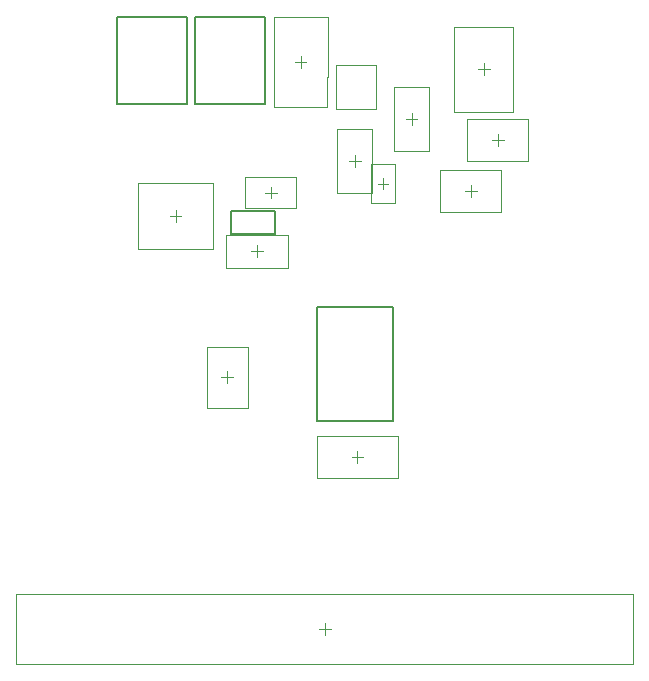
<source format=gbr>
G04*
G04 #@! TF.GenerationSoftware,Altium Limited,Altium Designer,23.10.1 (27)*
G04*
G04 Layer_Color=16711935*
%FSLAX42Y42*%
%MOMM*%
G71*
G04*
G04 #@! TF.SameCoordinates,D45A84C9-24EE-431E-81B0-E16C7BED9CBD*
G04*
G04*
G04 #@! TF.FilePolarity,Positive*
G04*
G01*
G75*
%ADD10C,0.20*%
%ADD98C,0.10*%
%ADD102C,0.05*%
D10*
X2831Y-3188D02*
Y-2227D01*
Y-3188D02*
X3473D01*
Y-2227D01*
X2831D02*
X3473D01*
X1140Y-504D02*
X1730D01*
X1140D02*
Y226D01*
X1730D01*
Y-504D02*
Y226D01*
X1800Y-505D02*
X2391D01*
X1800D02*
Y225D01*
X2391D01*
Y-505D02*
Y225D01*
X2479Y-1606D02*
Y-1416D01*
X2107Y-1606D02*
X2479D01*
X2107D02*
Y-1416D01*
X2479D01*
D98*
X4242Y-263D02*
Y-163D01*
X4192Y-213D02*
X4292D01*
X2022Y-2822D02*
X2122D01*
X2072Y-2872D02*
Y-2772D01*
X2692Y-202D02*
Y-102D01*
X2642Y-152D02*
X2742D01*
X2440Y-1307D02*
Y-1207D01*
X2390Y-1257D02*
X2490D01*
X3174Y-3545D02*
Y-3445D01*
X3124Y-3495D02*
X3224D01*
X2274Y-1753D02*
X2374D01*
X2324Y-1803D02*
Y-1703D01*
X3632Y-685D02*
Y-585D01*
X3582Y-635D02*
X3682D01*
X3391Y-1227D02*
Y-1137D01*
X3346Y-1182D02*
X3436D01*
X3150Y-1041D02*
Y-941D01*
X3100Y-991D02*
X3200D01*
X4361Y-863D02*
Y-763D01*
X4311Y-813D02*
X4411D01*
X4132Y-1295D02*
Y-1195D01*
X4082Y-1245D02*
X4182D01*
X1634Y-1509D02*
Y-1409D01*
X1585Y-1459D02*
X1684D01*
D102*
X3992Y-574D02*
X4492D01*
X3992Y147D02*
X4492D01*
Y-574D02*
Y147D01*
X3992Y-574D02*
Y147D01*
X2247Y-3083D02*
Y-2561D01*
X1897Y-3083D02*
Y-2561D01*
Y-3083D02*
X2247D01*
X1897Y-2561D02*
X2247D01*
X2846Y-4953D02*
X2946D01*
X2896Y-5003D02*
Y-4903D01*
X281Y-5253D02*
Y-4653D01*
X5511D01*
Y-5253D02*
Y-4653D01*
X281Y-5253D02*
X5511D01*
X2464Y-533D02*
X2920D01*
Y-282D01*
X2922Y-26D02*
Y229D01*
X2464D02*
X2922D01*
X2464Y-533D02*
Y229D01*
X2922Y-279D02*
Y-26D01*
X2920Y-282D02*
X2922Y-279D01*
X2225Y-1127D02*
X2655D01*
X2225Y-1387D02*
X2655D01*
Y-1127D01*
X2225Y-1387D02*
Y-1127D01*
X2834Y-3315D02*
X3514D01*
X2834Y-3675D02*
X3514D01*
Y-3315D01*
X2834Y-3675D02*
Y-3315D01*
X2990Y-181D02*
X3330D01*
X2990Y-554D02*
Y-181D01*
Y-554D02*
X3330D01*
Y-181D01*
X2059Y-1893D02*
Y-1613D01*
X2589Y-1893D02*
Y-1613D01*
X2059Y-1893D02*
X2589D01*
X2059Y-1613D02*
X2589D01*
X3487Y-905D02*
X3777D01*
X3487Y-365D02*
X3777D01*
Y-905D02*
Y-365D01*
X3487Y-905D02*
Y-365D01*
X3291Y-1347D02*
X3491D01*
X3291Y-1017D02*
X3491D01*
Y-1347D02*
Y-1017D01*
X3291Y-1347D02*
Y-1017D01*
X3005Y-721D02*
X3295D01*
X3005Y-1261D02*
X3295D01*
X3005D02*
Y-721D01*
X3295Y-1261D02*
Y-721D01*
X4100Y-638D02*
X4622D01*
X4100Y-988D02*
X4622D01*
Y-638D01*
X4100Y-988D02*
Y-638D01*
X3871Y-1420D02*
X4393D01*
X3871Y-1070D02*
X4393D01*
X3871Y-1420D02*
Y-1070D01*
X4393Y-1420D02*
Y-1070D01*
X1319Y-1179D02*
X1950D01*
X1319Y-1739D02*
X1950D01*
X1319D02*
Y-1179D01*
X1950Y-1739D02*
Y-1179D01*
M02*

</source>
